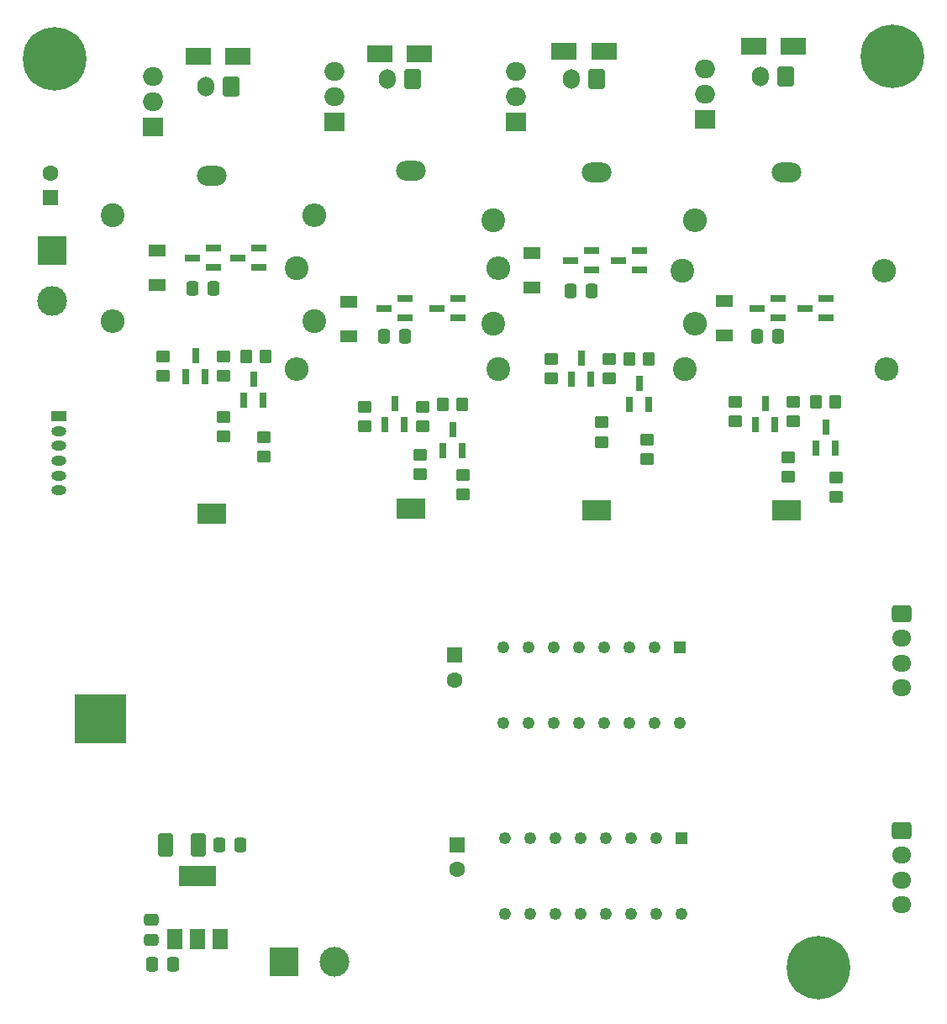
<source format=gbr>
%TF.GenerationSoftware,KiCad,Pcbnew,(6.0.2)*%
%TF.CreationDate,2022-05-13T11:42:35+02:00*%
%TF.ProjectId,shake-it-machine_pcb,7368616b-652d-4697-942d-6d616368696e,rev?*%
%TF.SameCoordinates,PXfad648a0PYf0f792d2*%
%TF.FileFunction,Soldermask,Bot*%
%TF.FilePolarity,Negative*%
%FSLAX46Y46*%
G04 Gerber Fmt 4.6, Leading zero omitted, Abs format (unit mm)*
G04 Created by KiCad (PCBNEW (6.0.2)) date 2022-05-13 11:42:35*
%MOMM*%
%LPD*%
G01*
G04 APERTURE LIST*
G04 Aperture macros list*
%AMRoundRect*
0 Rectangle with rounded corners*
0 $1 Rounding radius*
0 $2 $3 $4 $5 $6 $7 $8 $9 X,Y pos of 4 corners*
0 Add a 4 corners polygon primitive as box body*
4,1,4,$2,$3,$4,$5,$6,$7,$8,$9,$2,$3,0*
0 Add four circle primitives for the rounded corners*
1,1,$1+$1,$2,$3*
1,1,$1+$1,$4,$5*
1,1,$1+$1,$6,$7*
1,1,$1+$1,$8,$9*
0 Add four rect primitives between the rounded corners*
20,1,$1+$1,$2,$3,$4,$5,0*
20,1,$1+$1,$4,$5,$6,$7,0*
20,1,$1+$1,$6,$7,$8,$9,0*
20,1,$1+$1,$8,$9,$2,$3,0*%
G04 Aperture macros list end*
%ADD10C,0.100000*%
%ADD11R,1.248000X1.248000*%
%ADD12C,1.248000*%
%ADD13RoundRect,0.250000X0.600000X0.750000X-0.600000X0.750000X-0.600000X-0.750000X0.600000X-0.750000X0*%
%ADD14O,1.700000X2.000000*%
%ADD15R,3.000000X2.000000*%
%ADD16O,3.000000X2.000000*%
%ADD17R,2.000000X1.905000*%
%ADD18O,2.000000X1.905000*%
%ADD19R,1.600000X1.600000*%
%ADD20C,1.600000*%
%ADD21RoundRect,0.250000X-0.725000X0.600000X-0.725000X-0.600000X0.725000X-0.600000X0.725000X0.600000X0*%
%ADD22O,1.950000X1.700000*%
%ADD23R,3.000000X3.000000*%
%ADD24C,3.000000*%
%ADD25R,1.500000X1.000000*%
%ADD26O,1.500000X1.000000*%
%ADD27C,0.800000*%
%ADD28C,6.400000*%
%ADD29R,2.500000X1.800000*%
%ADD30R,1.700000X1.300000*%
%ADD31C,2.400000*%
%ADD32O,2.400000X2.400000*%
%ADD33R,1.600000X0.800000*%
%ADD34RoundRect,0.250000X0.337500X0.475000X-0.337500X0.475000X-0.337500X-0.475000X0.337500X-0.475000X0*%
%ADD35RoundRect,0.249999X0.450001X-0.350001X0.450001X0.350001X-0.450001X0.350001X-0.450001X-0.350001X0*%
%ADD36RoundRect,0.249999X-0.350001X-0.450001X0.350001X-0.450001X0.350001X0.450001X-0.350001X0.450001X0*%
%ADD37RoundRect,0.249999X-0.450001X0.350001X-0.450001X-0.350001X0.450001X-0.350001X0.450001X0.350001X0*%
%ADD38R,0.800000X1.600000*%
%ADD39RoundRect,0.250000X0.475000X-0.337500X0.475000X0.337500X-0.475000X0.337500X-0.475000X-0.337500X0*%
%ADD40RoundRect,0.250000X-0.337500X-0.475000X0.337500X-0.475000X0.337500X0.475000X-0.337500X0.475000X0*%
%ADD41RoundRect,0.250000X0.500000X0.925000X-0.500000X0.925000X-0.500000X-0.925000X0.500000X-0.925000X0*%
%ADD42R,1.500000X2.000000*%
%ADD43R,3.800000X2.000000*%
G04 APERTURE END LIST*
D10*
X11436000Y26427522D02*
X6356000Y26427522D01*
X6356000Y26427522D02*
X6356000Y31253522D01*
X6356000Y31253522D02*
X11436000Y31253522D01*
X11436000Y31253522D02*
X11436000Y26427522D01*
G36*
X11436000Y26427522D02*
G01*
X6356000Y26427522D01*
X6356000Y31253522D01*
X11436000Y31253522D01*
X11436000Y26427522D01*
G37*
X11436000Y26427522D02*
X6356000Y26427522D01*
X6356000Y31253522D01*
X11436000Y31253522D01*
X11436000Y26427522D01*
D11*
%TO.C,U1*%
X67316000Y35952522D03*
D12*
X64776000Y35952522D03*
X62236000Y35952522D03*
X59696000Y35952522D03*
X57156000Y35952522D03*
X54616000Y35952522D03*
X52076000Y35952522D03*
X49536000Y35952522D03*
X49536000Y28332522D03*
X52076000Y28332522D03*
X54616000Y28332522D03*
X57156000Y28332522D03*
X59696000Y28332522D03*
X62236000Y28332522D03*
X64776000Y28332522D03*
X67316000Y28332522D03*
%TD*%
D13*
%TO.C,J9*%
X77984000Y93483522D03*
D14*
X75484000Y93483522D03*
%TD*%
D15*
%TO.C,F1*%
X78111000Y49795522D03*
D16*
X78111000Y83813522D03*
%TD*%
D15*
%TO.C,F2*%
X58934000Y49795522D03*
D16*
X58934000Y83813522D03*
%TD*%
D15*
%TO.C,F3*%
X40265000Y49922522D03*
D16*
X40265000Y83940522D03*
%TD*%
D15*
%TO.C,F4*%
X20199000Y49414522D03*
D16*
X20199000Y83432522D03*
%TD*%
D17*
%TO.C,Q20*%
X14230000Y88403522D03*
D18*
X14230000Y90943522D03*
X14230000Y93483522D03*
%TD*%
D13*
%TO.C,J8*%
X58934000Y93229522D03*
D14*
X56434000Y93229522D03*
%TD*%
D19*
%TO.C,C2*%
X44913200Y16064322D03*
D20*
X44913200Y13564322D03*
%TD*%
D19*
%TO.C,C8*%
X44633800Y35190522D03*
D20*
X44633800Y32690522D03*
%TD*%
D21*
%TO.C,J2*%
X89668000Y39381522D03*
D22*
X89668000Y36881522D03*
X89668000Y34381522D03*
X89668000Y31881522D03*
%TD*%
D21*
%TO.C,J3*%
X89668000Y17537522D03*
D22*
X89668000Y15037522D03*
X89668000Y12537522D03*
X89668000Y10037522D03*
%TD*%
D13*
%TO.C,J5*%
X22104000Y92467522D03*
D14*
X19604000Y92467522D03*
%TD*%
D13*
%TO.C,J7*%
X40392000Y93229522D03*
D14*
X37892000Y93229522D03*
%TD*%
D17*
%TO.C,Q9*%
X69856000Y89165522D03*
D18*
X69856000Y91705522D03*
X69856000Y94245522D03*
%TD*%
D17*
%TO.C,Q10*%
X50806000Y88911522D03*
D18*
X50806000Y91451522D03*
X50806000Y93991522D03*
%TD*%
D17*
%TO.C,Q19*%
X32518000Y88911522D03*
D18*
X32518000Y91451522D03*
X32518000Y93991522D03*
%TD*%
D11*
%TO.C,U2*%
X67493800Y16750122D03*
D12*
X64953800Y16750122D03*
X62413800Y16750122D03*
X59873800Y16750122D03*
X57333800Y16750122D03*
X54793800Y16750122D03*
X52253800Y16750122D03*
X49713800Y16750122D03*
X49713800Y9130122D03*
X52253800Y9130122D03*
X54793800Y9130122D03*
X57333800Y9130122D03*
X59873800Y9130122D03*
X62413800Y9130122D03*
X64953800Y9130122D03*
X67493800Y9130122D03*
%TD*%
D23*
%TO.C,J1*%
X4095400Y75932122D03*
D24*
X4095400Y70852122D03*
%TD*%
D19*
%TO.C,C16*%
X3943000Y81215322D03*
D20*
X3943000Y83715322D03*
%TD*%
D25*
%TO.C,J10*%
X4781200Y59251322D03*
D26*
X4781200Y57751322D03*
X4781200Y56251322D03*
X4781200Y54751322D03*
X4781200Y53251322D03*
X4781200Y51751322D03*
%TD*%
D23*
%TO.C,J4*%
X27438000Y4329522D03*
D24*
X32518000Y4329522D03*
%TD*%
D27*
%TO.C,H2*%
X86379000Y95504000D03*
D28*
X88779000Y95504000D03*
D27*
X90476056Y93806944D03*
X87081944Y97201056D03*
X88779000Y93104000D03*
X87081944Y93806944D03*
X88779000Y97904000D03*
X90476056Y97201056D03*
X91179000Y95504000D03*
%TD*%
%TO.C,H3*%
X6021056Y96947056D03*
X2626944Y93552944D03*
X4324000Y97650000D03*
X1924000Y95250000D03*
D28*
X4324000Y95250000D03*
D27*
X2626944Y96947056D03*
X4324000Y92850000D03*
X6724000Y95250000D03*
X6021056Y93552944D03*
%TD*%
%TO.C,H4*%
X81286000Y1283000D03*
X81286000Y6083000D03*
X82983056Y5380056D03*
X79588944Y5380056D03*
X82983056Y1985944D03*
X78886000Y3683000D03*
X79588944Y1985944D03*
D28*
X81286000Y3683000D03*
D27*
X83686000Y3683000D03*
%TD*%
D29*
%TO.C,D8*%
X41122000Y95769522D03*
X37122000Y95769522D03*
%TD*%
D30*
%TO.C,D7*%
X33991200Y70747922D03*
X33991200Y67247922D03*
%TD*%
D31*
%TO.C,R18*%
X67824000Y64019522D03*
D32*
X88144000Y64019522D03*
%TD*%
D31*
%TO.C,R20*%
X67570000Y73925522D03*
D32*
X87890000Y73925522D03*
%TD*%
D31*
%TO.C,R34*%
X49028000Y64019522D03*
D32*
X28708000Y64019522D03*
%TD*%
D31*
%TO.C,R36*%
X28708000Y74179522D03*
D32*
X49028000Y74179522D03*
%TD*%
D31*
%TO.C,R37*%
X10166000Y79513522D03*
D32*
X30486000Y79513522D03*
%TD*%
D30*
%TO.C,D9*%
X14661800Y75929522D03*
X14661800Y72429522D03*
%TD*%
D33*
%TO.C,Q17*%
X24948800Y76160722D03*
X24948800Y74230322D03*
X22812000Y75195522D03*
%TD*%
%TO.C,Q18*%
X20376800Y76160722D03*
X20376800Y74230322D03*
X18240000Y75195522D03*
%TD*%
D34*
%TO.C,C24*%
X20347500Y72147522D03*
X18272500Y72147522D03*
%TD*%
D31*
%TO.C,R35*%
X30486000Y68845522D03*
D32*
X10166000Y68845522D03*
%TD*%
D34*
%TO.C,C23*%
X39651500Y67321522D03*
X37576500Y67321522D03*
%TD*%
D31*
%TO.C,R21*%
X48520000Y79005522D03*
D32*
X68840000Y79005522D03*
%TD*%
D31*
%TO.C,R19*%
X48520000Y68591522D03*
D32*
X68840000Y68591522D03*
%TD*%
D35*
%TO.C,R17*%
X54362000Y63019522D03*
X54362000Y65019522D03*
%TD*%
D36*
%TO.C,R13*%
X62252000Y65035522D03*
X64252000Y65035522D03*
%TD*%
D35*
%TO.C,R10*%
X59442000Y56653522D03*
X59442000Y58653522D03*
%TD*%
D37*
%TO.C,R8*%
X64014000Y56891522D03*
X64014000Y54891522D03*
%TD*%
D33*
%TO.C,Q8*%
X58476800Y75906722D03*
X58476800Y73976322D03*
X56340000Y74941522D03*
%TD*%
D38*
%TO.C,Q4*%
X58375200Y62952722D03*
X56444800Y62952722D03*
X57410000Y65089522D03*
%TD*%
D34*
%TO.C,C22*%
X58447500Y71893522D03*
X56372500Y71893522D03*
%TD*%
D30*
%TO.C,D4*%
X52482400Y75675522D03*
X52482400Y72175522D03*
%TD*%
D34*
%TO.C,C9*%
X16258100Y3999322D03*
X14183100Y3999322D03*
%TD*%
D39*
%TO.C,C10*%
X14128400Y6492422D03*
X14128400Y8567422D03*
%TD*%
D40*
%TO.C,C14*%
X20964900Y16089722D03*
X23039900Y16089722D03*
%TD*%
D41*
%TO.C,C15*%
X18801400Y16089722D03*
X15551400Y16089722D03*
%TD*%
D34*
%TO.C,C21*%
X77243500Y67321522D03*
X75168500Y67321522D03*
%TD*%
D30*
%TO.C,D3*%
X71811800Y70849522D03*
X71811800Y67349522D03*
%TD*%
D29*
%TO.C,D5*%
X78815600Y96531522D03*
X74815600Y96531522D03*
%TD*%
%TO.C,D6*%
X59689400Y96023522D03*
X55689400Y96023522D03*
%TD*%
%TO.C,D10*%
X22834000Y95515522D03*
X18834000Y95515522D03*
%TD*%
D38*
%TO.C,Q1*%
X83013200Y56040722D03*
X81082800Y56040722D03*
X82048000Y58177522D03*
%TD*%
%TO.C,Q2*%
X64217200Y60412722D03*
X62286800Y60412722D03*
X63252000Y62549522D03*
%TD*%
%TO.C,Q3*%
X76917200Y58380722D03*
X74986800Y58380722D03*
X75952000Y60517522D03*
%TD*%
D33*
%TO.C,Q5*%
X82098800Y71080722D03*
X82098800Y69150322D03*
X79962000Y70115522D03*
%TD*%
%TO.C,Q6*%
X77272800Y71080722D03*
X77272800Y69150322D03*
X75136000Y70115522D03*
%TD*%
%TO.C,Q7*%
X63302800Y75906722D03*
X63302800Y73976322D03*
X61166000Y74941522D03*
%TD*%
D38*
%TO.C,Q11*%
X45421200Y55786722D03*
X43490800Y55786722D03*
X44456000Y57923522D03*
%TD*%
%TO.C,Q12*%
X25355200Y60866722D03*
X23424800Y60866722D03*
X24390000Y63003522D03*
%TD*%
%TO.C,Q13*%
X39579200Y58380722D03*
X37648800Y58380722D03*
X38614000Y60517522D03*
%TD*%
%TO.C,Q14*%
X19513200Y63206722D03*
X17582800Y63206722D03*
X18548000Y65343522D03*
%TD*%
D33*
%TO.C,Q15*%
X45014800Y71080722D03*
X45014800Y69150322D03*
X42878000Y70115522D03*
%TD*%
%TO.C,Q16*%
X39680800Y71080722D03*
X39680800Y69150322D03*
X37544000Y70115522D03*
%TD*%
D37*
%TO.C,R7*%
X83064000Y53081522D03*
X83064000Y51081522D03*
%TD*%
D35*
%TO.C,R9*%
X78238000Y53113522D03*
X78238000Y55113522D03*
%TD*%
D36*
%TO.C,R11*%
X81048000Y60717522D03*
X83048000Y60717522D03*
%TD*%
D37*
%TO.C,R14*%
X78746000Y60701522D03*
X78746000Y58701522D03*
%TD*%
%TO.C,R15*%
X60204000Y65019522D03*
X60204000Y63019522D03*
%TD*%
D35*
%TO.C,R16*%
X72904000Y58701522D03*
X72904000Y60701522D03*
%TD*%
D37*
%TO.C,R22*%
X45472000Y53335522D03*
X45472000Y51335522D03*
%TD*%
D35*
%TO.C,R23*%
X41154000Y53367522D03*
X41154000Y55367522D03*
%TD*%
D37*
%TO.C,R26*%
X25406000Y57145522D03*
X25406000Y55145522D03*
%TD*%
D35*
%TO.C,R27*%
X21342000Y57177522D03*
X21342000Y59177522D03*
%TD*%
D36*
%TO.C,R28*%
X43456000Y60463522D03*
X45456000Y60463522D03*
%TD*%
D37*
%TO.C,R29*%
X41408000Y60193522D03*
X41408000Y58193522D03*
%TD*%
D36*
%TO.C,R30*%
X23644000Y65289522D03*
X25644000Y65289522D03*
%TD*%
D37*
%TO.C,R31*%
X21342000Y65273522D03*
X21342000Y63273522D03*
%TD*%
D35*
%TO.C,R32*%
X35566000Y58193522D03*
X35566000Y60193522D03*
%TD*%
D37*
%TO.C,R33*%
X15246000Y65273522D03*
X15246000Y63273522D03*
%TD*%
D42*
%TO.C,U3*%
X21076600Y6589722D03*
X18776600Y6589722D03*
D43*
X18776600Y12889722D03*
D42*
X16476600Y6589722D03*
%TD*%
M02*

</source>
